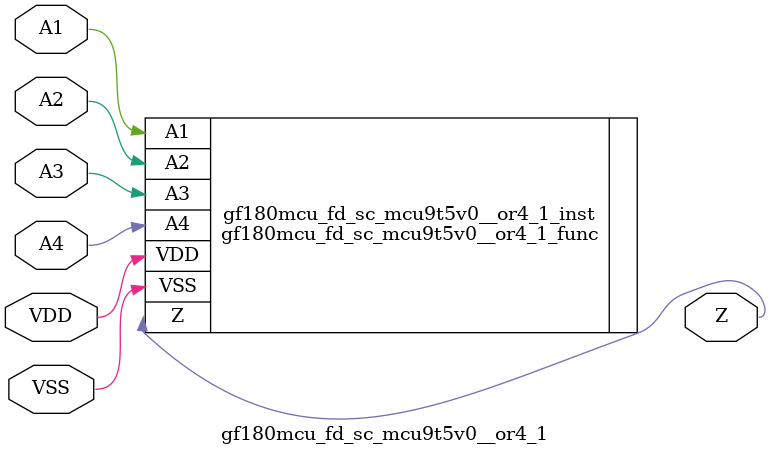
<source format=v>

module gf180mcu_fd_sc_mcu9t5v0__or4_1( A1, A2, A3, A4, Z, VDD, VSS );
input A1, A2, A3, A4;
inout VDD, VSS;
output Z;

   `ifdef FUNCTIONAL  //  functional //

	gf180mcu_fd_sc_mcu9t5v0__or4_1_func gf180mcu_fd_sc_mcu9t5v0__or4_1_behav_inst(.A1(A1),.A2(A2),.A3(A3),.A4(A4),.Z(Z),.VDD(VDD),.VSS(VSS));

   `else

	gf180mcu_fd_sc_mcu9t5v0__or4_1_func gf180mcu_fd_sc_mcu9t5v0__or4_1_inst(.A1(A1),.A2(A2),.A3(A3),.A4(A4),.Z(Z),.VDD(VDD),.VSS(VSS));

	// spec_gates_begin


	// spec_gates_end



   specify

	// specify_block_begin

	// comb arc A1 --> Z
	 (A1 => Z) = (1.0,1.0);

	// comb arc A2 --> Z
	 (A2 => Z) = (1.0,1.0);

	// comb arc A3 --> Z
	 (A3 => Z) = (1.0,1.0);

	// comb arc A4 --> Z
	 (A4 => Z) = (1.0,1.0);

	// specify_block_end

   endspecify

   `endif

endmodule

</source>
